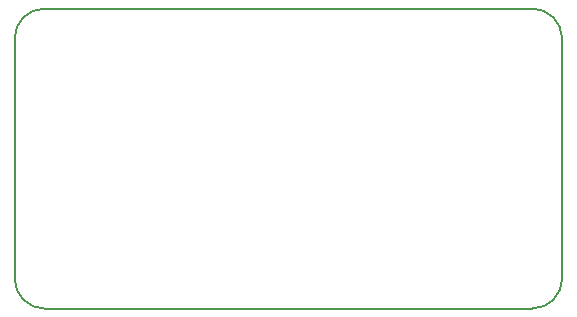
<source format=gbr>
G04 #@! TF.GenerationSoftware,KiCad,Pcbnew,(5.1.2)-2*
G04 #@! TF.CreationDate,2019-08-30T16:50:20-04:00*
G04 #@! TF.ProjectId,Buck Converter SubBoard 0-2,4275636b-2043-46f6-9e76-657274657220,rev?*
G04 #@! TF.SameCoordinates,Original*
G04 #@! TF.FileFunction,Profile,NP*
%FSLAX46Y46*%
G04 Gerber Fmt 4.6, Leading zero omitted, Abs format (unit mm)*
G04 Created by KiCad (PCBNEW (5.1.2)-2) date 2019-08-30 16:50:20*
%MOMM*%
%LPD*%
G04 APERTURE LIST*
%ADD10C,0.150000*%
G04 APERTURE END LIST*
D10*
X81280000Y-111760000D02*
X81280000Y-91440000D01*
X125095000Y-114300000D02*
X83820000Y-114300000D01*
X127635000Y-91440000D02*
X127635000Y-111760000D01*
X83820000Y-88900000D02*
X125095000Y-88900000D01*
X81280000Y-91440000D02*
G75*
G02X83820000Y-88900000I2540000J0D01*
G01*
X83820000Y-114300000D02*
G75*
G02X81280000Y-111760000I0J2540000D01*
G01*
X127635000Y-111760000D02*
G75*
G02X125095000Y-114300000I-2540000J0D01*
G01*
X125095000Y-88900000D02*
G75*
G02X127635000Y-91440000I0J-2540000D01*
G01*
M02*

</source>
